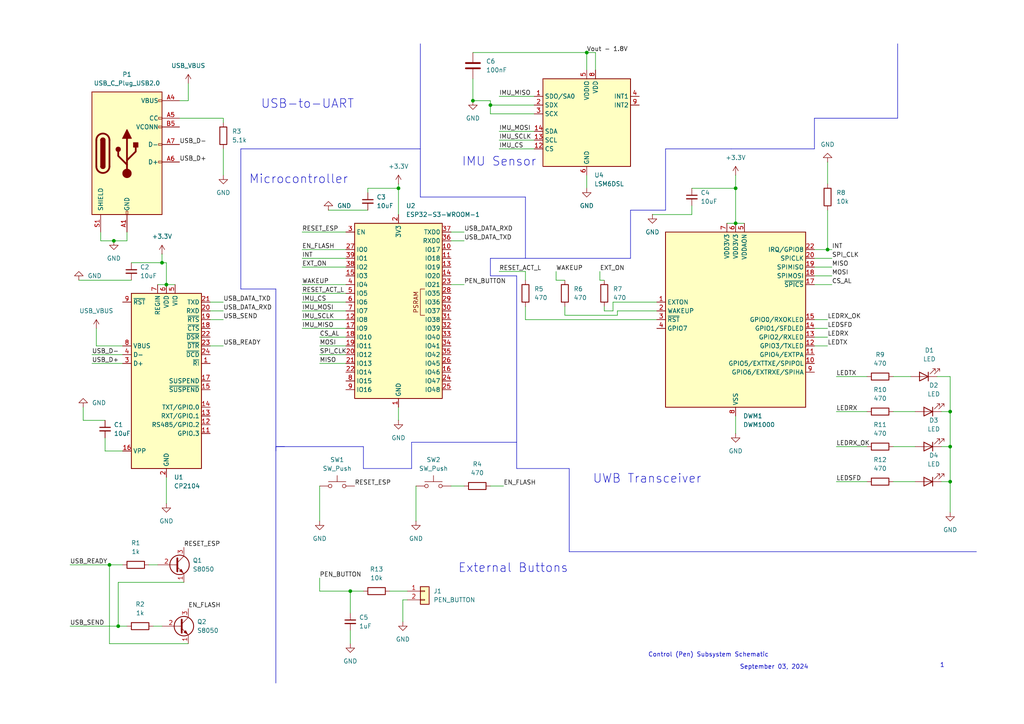
<source format=kicad_sch>
(kicad_sch (version 20231120) (generator "eeschema") (generator_version "8.0")
  (paper "A4")
  (lib_symbols
    (symbol "Connector:USB_C_Plug_USB2.0" (pin_names (offset 1.016))
      (property "Reference" "P" (at -10.16 19.05 0))
      (property "Value" "USB_C_Plug_USB2.0" (at 12.7 19.05 0))
      (symbol "USB_C_Plug_USB2.0_0_0"
        (rectangle (start -0.254 -17.78) (end 0.254 -16.764))
        (rectangle (start 10.16 -2.286) (end 9.144 -2.794))
        (rectangle (start 10.16 2.794) (end 9.144 2.286))
        (rectangle (start 10.16 7.874) (end 9.144 7.366))
        (rectangle (start 10.16 10.414) (end 9.144 9.906))
        (rectangle (start 10.16 15.494) (end 9.144 14.986))
      )
      (symbol "USB_C_Plug_USB2.0_0_1"
        (rectangle (start -10.16 17.78) (end 10.16 -17.78) (stroke (width 0.254)) (fill (type background)))
        (arc (start -8.89 -3.81) (mid -6.985 -5.7067) (end -5.08 -3.81) (stroke (width 0.508)))
        (arc (start -7.62 -3.81) (mid -6.985 -4.4423) (end -6.35 -3.81) (stroke (width 0.254)))
        (arc (start -7.62 -3.81) (mid -6.985 -4.4423) (end -6.35 -3.81) (stroke (width 0.254)) (fill (type outline)))
        (rectangle (start -7.62 -3.81) (end -6.35 3.81) (stroke (width 0.254)) (fill (type outline)))
        (arc (start -6.35 3.81) (mid -6.985 4.4423) (end -7.62 3.81) (stroke (width 0.254)))
        (arc (start -6.35 3.81) (mid -6.985 4.4423) (end -7.62 3.81) (stroke (width 0.254)) (fill (type outline)))
        (arc (start -5.08 3.81) (mid -6.985 5.7067) (end -8.89 3.81) (stroke (width 0.508)))
        (circle (center -2.54 1.143) (radius 0.635) (stroke (width 0.254)) (fill (type outline)))
        (circle (center 0 -5.842) (radius 1.27) (fill (type outline)))
        (polyline (pts (xy -8.89 -3.81) (xy -8.89 3.81)) (stroke (width 0.508)))
        (polyline (pts (xy -5.08 3.81) (xy -5.08 -3.81)) (stroke (width 0.508)))
        (polyline (pts (xy 0 -5.842) (xy 0 4.318)) (stroke (width 0.508)))
        (polyline (pts (xy 0 -3.302) (xy -2.54 -0.762) (xy -2.54 0.508)) (stroke (width 0.508)))
        (polyline (pts (xy 0 -2.032) (xy 2.54 0.508) (xy 2.54 1.778)) (stroke (width 0.508)))
        (polyline (pts (xy -1.27 4.318) (xy 0 6.858) (xy 1.27 4.318) (xy -1.27 4.318)) (stroke (width 0.254)) (fill (type outline)))
        (rectangle (start 1.905 1.778) (end 3.175 3.048) (stroke (width 0.254)) (fill (type outline)))
      )
      (symbol "USB_C_Plug_USB2.0_1_1"
        (pin passive line (at 0 -22.86 90) (length 5.08) (name "GND") (number "A1"))
        (pin passive line (at 0 -22.86 90) (length 5.08) hide (name "GND") (number "A12"))
        (pin passive line (at 15.24 15.24 180) (length 5.08) (name "VBUS") (number "A4"))
        (pin bidirectional line (at 15.24 10.16 180) (length 5.08) (name "CC") (number "A5"))
        (pin bidirectional line (at 15.24 -2.54 180) (length 5.08) (name "D+") (number "A6"))
        (pin bidirectional line (at 15.24 2.54 180) (length 5.08) (name "D-") (number "A7"))
        (pin passive line (at 15.24 15.24 180) (length 5.08) hide (name "VBUS") (number "A9"))
        (pin passive line (at 0 -22.86 90) (length 5.08) hide (name "GND") (number "B1"))
        (pin passive line (at 0 -22.86 90) (length 5.08) hide (name "GND") (number "B12"))
        (pin passive line (at 15.24 15.24 180) (length 5.08) hide (name "VBUS") (number "B4"))
        (pin bidirectional line (at 15.24 7.62 180) (length 5.08) (name "VCONN") (number "B5"))
        (pin passive line (at 15.24 15.24 180) (length 5.08) hide (name "VBUS") (number "B9"))
        (pin passive line (at -7.62 -22.86 90) (length 5.08) (name "SHIELD") (number "S1"))
      )
    )
    (symbol "Connector_Generic:Conn_01x02" (pin_names (offset 1.016) hide)
      (property "Reference" "J" (at 0 2.54 0))
      (property "Value" "Conn_01x02" (at 0 -5.08 0))
      (symbol "Conn_01x02_1_1"
        (rectangle (start -1.27 -2.413) (end 0 -2.667) (stroke (width 0.1524)))
        (rectangle (start -1.27 0.127) (end 0 -0.127) (stroke (width 0.1524)))
        (rectangle (start -1.27 1.27) (end 1.27 -3.81) (stroke (width 0.254)) (fill (type background)))
        (pin passive line (at -5.08 0 0) (length 3.81) (name "Pin_1") (number "1"))
        (pin passive line (at -5.08 -2.54 0) (length 3.81) (name "Pin_2") (number "2"))
      )
    )
    (symbol "Device:C" (pin_numbers hide) (pin_names (offset 0.254))
      (property "Reference" "C" (at 0.635 2.54 0))
      (property "Value" "C" (at 0.635 -2.54 0))
      (symbol "C_0_1"
        (polyline (pts (xy -2.032 -0.762) (xy 2.032 -0.762)) (stroke (width 0.508)))
        (polyline (pts (xy -2.032 0.762) (xy 2.032 0.762)) (stroke (width 0.508)))
      )
      (symbol "C_1_1"
        (pin passive line (at 0 3.81 270) (length 2.794) (name "~") (number "1"))
        (pin passive line (at 0 -3.81 90) (length 2.794) (name "~") (number "2"))
      )
    )
    (symbol "Device:C_Small" (pin_numbers hide) (pin_names (offset 0.254) hide)
      (property "Reference" "C" (at 0.254 1.778 0))
      (property "Value" "C_Small" (at 0.254 -2.032 0))
      (symbol "C_Small_0_1"
        (polyline (pts (xy -1.524 -0.508) (xy 1.524 -0.508)) (stroke (width 0.3302)))
        (polyline (pts (xy -1.524 0.508) (xy 1.524 0.508)) (stroke (width 0.3048)))
      )
      (symbol "C_Small_1_1"
        (pin passive line (at 0 2.54 270) (length 2.032) (name "~") (number "1"))
        (pin passive line (at 0 -2.54 90) (length 2.032) (name "~") (number "2"))
      )
    )
    (symbol "Device:LED" (pin_numbers hide) (pin_names (offset 1.016) hide)
      (property "Reference" "D" (at 0 2.54 0))
      (property "Value" "LED" (at 0 -2.54 0))
      (symbol "LED_0_1"
        (polyline (pts (xy -1.27 -1.27) (xy -1.27 1.27)) (stroke (width 0.254)))
        (polyline (pts (xy -1.27 0) (xy 1.27 0)))
        (polyline (pts (xy 1.27 -1.27) (xy 1.27 1.27) (xy -1.27 0) (xy 1.27 -1.27)) (stroke (width 0.254)))
        (polyline (pts (xy -3.048 -0.762) (xy -4.572 -2.286) (xy -3.81 -2.286) (xy -4.572 -2.286) (xy -4.572 -1.524)))
        (polyline (pts (xy -1.778 -0.762) (xy -3.302 -2.286) (xy -2.54 -2.286) (xy -3.302 -2.286) (xy -3.302 -1.524)))
      )
      (symbol "LED_1_1"
        (pin passive line (at -3.81 0 0) (length 2.54) (name "K") (number "1"))
        (pin passive line (at 3.81 0 180) (length 2.54) (name "A") (number "2"))
      )
    )
    (symbol "Device:R" (pin_numbers hide) (pin_names (offset 0))
      (property "Reference" "R" (at 2.032 0 90))
      (property "Value" "R" (at 0 0 90))
      (symbol "R_0_1"
        (rectangle (start -1.016 -2.54) (end 1.016 2.54) (stroke (width 0.254)))
      )
      (symbol "R_1_1"
        (pin passive line (at 0 3.81 270) (length 1.27) (name "~") (number "1"))
        (pin passive line (at 0 -3.81 90) (length 1.27) (name "~") (number "2"))
      )
    )
    (symbol "Interface_USB:CP2104"
      (property "Reference" "U" (at -5.08 28.575 0))
      (property "Value" "CP2104" (at -5.08 26.67 0))
      (symbol "CP2104_1_1"
        (rectangle (start -10.16 25.4) (end 10.16 -25.4) (stroke (width 0.254)) (fill (type background)))
        (pin input line (at 12.7 5.08 180) (length 2.54) (name "~{RI}") (number "1"))
        (pin no_connect line (at 10.16 -20.32 180) (length 2.54) hide (name "NC") (number "10"))
        (pin bidirectional line (at 12.7 -15.24 180) (length 2.54) (name "GPIO.3") (number "11"))
        (pin bidirectional line (at 12.7 -12.7 180) (length 2.54) (name "RS485/GPIO.2") (number "12"))
        (pin bidirectional line (at 12.7 -10.16 180) (length 2.54) (name "RXT/GPIO.1") (number "13"))
        (pin bidirectional line (at 12.7 -7.62 180) (length 2.54) (name "TXT/GPIO.0") (number "14"))
        (pin output line (at 12.7 -2.54 180) (length 2.54) (name "~{SUSPEND}") (number "15"))
        (pin passive line (at -12.7 -20.32 0) (length 2.54) (name "VPP") (number "16"))
        (pin output line (at 12.7 0 180) (length 2.54) (name "SUSPEND") (number "17"))
        (pin input line (at 12.7 15.24 180) (length 2.54) (name "~{CTS}") (number "18"))
        (pin output line (at 12.7 17.78 180) (length 2.54) (name "~{RTS}") (number "19"))
        (pin power_in line (at 0 -27.94 90) (length 2.54) (name "GND") (number "2"))
        (pin input line (at 12.7 20.32 180) (length 2.54) (name "RXD") (number "20"))
        (pin output line (at 12.7 22.86 180) (length 2.54) (name "TXD") (number "21"))
        (pin input line (at 12.7 12.7 180) (length 2.54) (name "~{DSR}") (number "22"))
        (pin output line (at 12.7 10.16 180) (length 2.54) (name "~{DTR}") (number "23"))
        (pin input line (at 12.7 7.62 180) (length 2.54) (name "~{DCD}") (number "24"))
        (pin passive line (at 0 -27.94 90) (length 2.54) hide (name "GND") (number "25"))
        (pin bidirectional line (at -12.7 5.08 0) (length 2.54) (name "D+") (number "3"))
        (pin bidirectional line (at -12.7 7.62 0) (length 2.54) (name "D-") (number "4"))
        (pin power_in line (at 2.54 27.94 270) (length 2.54) (name "VIO") (number "5"))
        (pin power_in line (at 0 27.94 270) (length 2.54) (name "VDD") (number "6"))
        (pin power_in line (at -2.54 27.94 270) (length 2.54) (name "REGIN") (number "7"))
        (pin input line (at -12.7 10.16 0) (length 2.54) (name "VBUS") (number "8"))
        (pin bidirectional line (at -12.7 22.86 0) (length 2.54) (name "~{RST}") (number "9"))
      )
    )
    (symbol "RF_Module:DWM1000"
      (property "Reference" "DWM" (at -17.78 26.67 0))
      (property "Value" "DWM1000" (at 15.875 26.67 0))
      (symbol "DWM1000_0_1"
        (rectangle (start -20.32 25.4) (end 20.32 -25.4) (stroke (width 0.254)) (fill (type background)))
      )
      (symbol "DWM1000_1_1"
        (pin output line (at -22.86 5.08 0) (length 2.54) (name "EXTON") (number "1"))
        (pin bidirectional line (at 22.86 -12.7 180) (length 2.54) (name "GPIO5/EXTTXE/SPIPOL") (number "10"))
        (pin bidirectional line (at 22.86 -10.16 180) (length 2.54) (name "GPIO4/EXTPA") (number "11"))
        (pin bidirectional line (at 22.86 -7.62 180) (length 2.54) (name "GPIO3/TXLED") (number "12"))
        (pin bidirectional line (at 22.86 -5.08 180) (length 2.54) (name "GPIO2/RXLED") (number "13"))
        (pin bidirectional line (at 22.86 -2.54 180) (length 2.54) (name "GPIO1/SFDLED") (number "14"))
        (pin bidirectional line (at 22.86 0 180) (length 2.54) (name "GPIO0/RXOKLED") (number "15"))
        (pin passive line (at 0 -27.94 90) (length 2.54) hide (name "VSS") (number "16"))
        (pin input line (at 22.86 10.16 180) (length 2.54) (name "~{SPICS}") (number "17"))
        (pin input line (at 22.86 12.7 180) (length 2.54) (name "SPIMOSI") (number "18"))
        (pin output line (at 22.86 15.24 180) (length 2.54) (name "SPIMISO") (number "19"))
        (pin bidirectional line (at -22.86 2.54 0) (length 2.54) (name "WAKEUP") (number "2"))
        (pin input line (at 22.86 17.78 180) (length 2.54) (name "SPICLK") (number "20"))
        (pin passive line (at 0 -27.94 90) (length 2.54) hide (name "VSS") (number "21"))
        (pin bidirectional line (at 22.86 20.32 180) (length 2.54) (name "IRQ/GPIO8") (number "22"))
        (pin passive line (at 0 -27.94 90) (length 2.54) hide (name "VSS") (number "23"))
        (pin passive line (at 0 -27.94 90) (length 2.54) hide (name "VSS") (number "24"))
        (pin bidirectional line (at -22.86 0 0) (length 2.54) (name "~{RST}") (number "3"))
        (pin bidirectional line (at -22.86 -2.54 0) (length 2.54) (name "GPIO7") (number "4"))
        (pin power_in line (at 2.54 27.94 270) (length 2.54) (name "VDDAON") (number "5"))
        (pin power_in line (at 0 27.94 270) (length 2.54) (name "VDD3V3") (number "6"))
        (pin power_in line (at -2.54 27.94 270) (length 2.54) (name "VDD3V3") (number "7"))
        (pin power_in line (at 0 -27.94 90) (length 2.54) (name "VSS") (number "8"))
        (pin bidirectional line (at 22.86 -15.24 180) (length 2.54) (name "GPIO6/EXTRXE/SPIHA") (number "9"))
      )
    )
    (symbol "RF_Module:ESP32-S3-WROOM-1"
      (property "Reference" "U" (at -12.7 26.67 0))
      (property "Value" "ESP32-S3-WROOM-1" (at 12.7 26.67 0))
      (symbol "ESP32-S3-WROOM-1_0_0"
        (rectangle (start -12.7 25.4) (end 12.7 -25.4) (stroke (width 0.254)) (fill (type background)))
        (text "PSRAM" (at 5.08 2.54 900) (effects (font (size 1.27 1.27))))
      )
      (symbol "ESP32-S3-WROOM-1_0_1"
        (polyline (pts (xy 7.62 -1.27) (xy 6.35 -1.27) (xy 6.35 6.35) (xy 7.62 6.35)))
      )
      (symbol "ESP32-S3-WROOM-1_1_1"
        (pin power_in line (at 0 -27.94 90) (length 2.54) (name "GND") (number "1"))
        (pin bidirectional line (at 15.24 17.78 180) (length 2.54) (name "IO17") (number "10"))
        (pin bidirectional line (at 15.24 15.24 180) (length 2.54) (name "IO18") (number "11"))
        (pin bidirectional line (at -15.24 -2.54 0) (length 2.54) (name "IO8") (number "12"))
        (pin bidirectional line (at 15.24 12.7 180) (length 2.54) (name "IO19") (number "13"))
        (pin bidirectional line (at 15.24 10.16 180) (length 2.54) (name "IO20") (number "14"))
        (pin bidirectional line (at -15.24 10.16 0) (length 2.54) (name "IO3") (number "15"))
        (pin bidirectional line (at 15.24 -17.78 180) (length 2.54) (name "IO46") (number "16"))
        (pin bidirectional line (at -15.24 -5.08 0) (length 2.54) (name "IO9") (number "17"))
        (pin bidirectional line (at -15.24 -7.62 0) (length 2.54) (name "IO10") (number "18"))
        (pin bidirectional line (at -15.24 -10.16 0) (length 2.54) (name "IO11") (number "19"))
        (pin power_in line (at 0 27.94 270) (length 2.54) (name "3V3") (number "2"))
        (pin bidirectional line (at -15.24 -12.7 0) (length 2.54) (name "IO12") (number "20"))
        (pin bidirectional line (at -15.24 -15.24 0) (length 2.54) (name "IO13") (number "21"))
        (pin bidirectional line (at -15.24 -17.78 0) (length 2.54) (name "IO14") (number "22"))
        (pin bidirectional line (at 15.24 7.62 180) (length 2.54) (name "IO21") (number "23"))
        (pin bidirectional line (at 15.24 -20.32 180) (length 2.54) (name "IO47") (number "24"))
        (pin bidirectional line (at 15.24 -22.86 180) (length 2.54) (name "IO48") (number "25"))
        (pin bidirectional line (at 15.24 -15.24 180) (length 2.54) (name "IO45") (number "26"))
        (pin bidirectional line (at -15.24 17.78 0) (length 2.54) (name "IO0") (number "27"))
        (pin bidirectional line (at 15.24 5.08 180) (length 2.54) (name "IO35") (number "28"))
        (pin bidirectional line (at 15.24 2.54 180) (length 2.54) (name "IO36") (number "29"))
        (pin input line (at -15.24 22.86 0) (length 2.54) (name "EN") (number "3"))
        (pin bidirectional line (at 15.24 0 180) (length 2.54) (name "IO37") (number "30"))
        (pin bidirectional line (at 15.24 -2.54 180) (length 2.54) (name "IO38") (number "31"))
        (pin bidirectional line (at 15.24 -5.08 180) (length 2.54) (name "IO39") (number "32"))
        (pin bidirectional line (at 15.24 -7.62 180) (length 2.54) (name "IO40") (number "33"))
        (pin bidirectional line (at 15.24 -10.16 180) (length 2.54) (name "IO41") (number "34"))
        (pin bidirectional line (at 15.24 -12.7 180) (length 2.54) (name "IO42") (number "35"))
        (pin bidirectional line (at 15.24 20.32 180) (length 2.54) (name "RXD0") (number "36"))
        (pin bidirectional line (at 15.24 22.86 180) (length 2.54) (name "TXD0") (number "37"))
        (pin bidirectional line (at -15.24 12.7 0) (length 2.54) (name "IO2") (number "38"))
        (pin bidirectional line (at -15.24 15.24 0) (length 2.54) (name "IO1") (number "39"))
        (pin bidirectional line (at -15.24 7.62 0) (length 2.54) (name "IO4") (number "4"))
        (pin passive line (at 0 -27.94 90) (length 2.54) hide (name "GND") (number "40"))
        (pin passive line (at 0 -27.94 90) (length 2.54) hide (name "GND") (number "41"))
        (pin bidirectional line (at -15.24 5.08 0) (length 2.54) (name "IO5") (number "5"))
        (pin bidirectional line (at -15.24 2.54 0) (length 2.54) (name "IO6") (number "6"))
        (pin bidirectional line (at -15.24 0 0) (length 2.54) (name "IO7") (number "7"))
        (pin bidirectional line (at -15.24 -20.32 0) (length 2.54) (name "IO15") (number "8"))
        (pin bidirectional line (at -15.24 -22.86 0) (length 2.54) (name "IO16") (number "9"))
      )
    )
    (symbol "Sensor_Motion:LSM6DSL"
      (property "Reference" "U" (at -11.43 15.24 0))
      (property "Value" "LSM6DSL" (at -11.43 12.7 0))
      (symbol "LSM6DSL_0_1"
        (rectangle (start -12.7 12.7) (end 12.7 -12.7) (stroke (width 0.254)) (fill (type background)))
      )
      (symbol "LSM6DSL_1_1"
        (pin bidirectional line (at -15.24 7.62 0) (length 2.54) (name "SDO/SA0") (number "1"))
        (pin no_connect line (at 12.7 -5.08 180) (length 3.81) hide (name "NC") (number "10"))
        (pin no_connect line (at 12.7 -2.54 180) (length 3.81) hide (name "NC") (number "11"))
        (pin input line (at -15.24 -7.62 0) (length 2.54) (name "CS") (number "12"))
        (pin input line (at -15.24 -5.08 0) (length 2.54) (name "SCL") (number "13"))
        (pin bidirectional line (at -15.24 -2.54 0) (length 2.54) (name "SDA") (number "14"))
        (pin bidirectional line (at -15.24 5.08 0) (length 2.54) (name "SDX") (number "2"))
        (pin input line (at -15.24 2.54 0) (length 2.54) (name "SCX") (number "3"))
        (pin output line (at 15.24 7.62 180) (length 2.54) (name "INT1") (number "4"))
        (pin power_in line (at 0 15.24 270) (length 2.54) (name "VDDIO") (number "5"))
        (pin power_in line (at 0 -15.24 90) (length 2.54) (name "GND") (number "6"))
        (pin passive line (at 0 -15.24 90) (length 2.54) hide (name "GND") (number "7"))
        (pin power_in line (at 2.54 15.24 270) (length 2.54) (name "VDD") (number "8"))
        (pin output line (at 15.24 5.08 180) (length 2.54) (name "INT2") (number "9"))
      )
    )
    (symbol "Switch:SW_Push" (pin_numbers hide) (pin_names (offset 1.016) hide)
      (property "Reference" "SW" (at 1.27 2.54 0))
      (property "Value" "SW_Push" (at 0 -1.524 0))
      (symbol "SW_Push_0_1"
        (circle (center -2.032 0) (radius 0.508))
        (polyline (pts (xy 0 1.27) (xy 0 3.048)))
        (polyline (pts (xy 2.54 1.27) (xy -2.54 1.27)))
        (circle (center 2.032 0) (radius 0.508))
        (pin passive line (at -5.08 0 0) (length 2.54) (name "1") (number "1"))
        (pin passive line (at 5.08 0 180) (length 2.54) (name "2") (number "2"))
      )
    )
    (symbol "Transistor_BJT:S8050" (pin_names (offset 0) hide)
      (property "Reference" "Q" (at 5.08 1.905 0))
      (property "Value" "S8050" (at 5.08 0 0))
      (symbol "S8050_0_1"
        (polyline (pts (xy 0 0) (xy 0.635 0)))
        (polyline (pts (xy 0.635 0.635) (xy 2.54 2.54)))
        (polyline (pts (xy 0.635 -0.635) (xy 2.54 -2.54) (xy 2.54 -2.54)))
        (polyline (pts (xy 0.635 1.905) (xy 0.635 -1.905) (xy 0.635 -1.905)) (stroke (width 0.508)))
        (polyline (pts (xy 1.27 -1.778) (xy 1.778 -1.27) (xy 2.286 -2.286) (xy 1.27 -1.778) (xy 1.27 -1.778)) (fill (type outline)))
        (circle (center 1.27 0) (radius 2.8194) (stroke (width 0.254)))
      )
      (symbol "S8050_1_1"
        (pin passive line (at 2.54 -5.08 90) (length 2.54) (name "E") (number "1"))
        (pin input line (at -5.08 0 0) (length 5.08) (name "B") (number "2"))
        (pin passive line (at 2.54 5.08 270) (length 2.54) (name "C") (number "3"))
      )
    )
    (symbol "power:+3.3V" (power) (pin_numbers hide) (pin_names (offset 0) hide)
      (property "Value" "+3.3V" (at 0 3.556 0))
      (symbol "+3.3V_0_1"
        (polyline (pts (xy -0.762 1.27) (xy 0 2.54)))
        (polyline (pts (xy 0 0) (xy 0 2.54)))
        (polyline (pts (xy 0 2.54) (xy 0.762 1.27)))
      )
      (symbol "+3.3V_1_1"
        (pin power_in line (at 0 0 90) (length 0) (name "~") (number "1"))
      )
    )
    (symbol "power:GND" (power) (pin_numbers hide) (pin_names (offset 0) hide)
      (property "Value" "GND" (at 0 -3.81 0))
      (symbol "GND_0_1"
        (polyline (pts (xy 0 0) (xy 0 -1.27) (xy 1.27 -1.27) (xy 0 -2.54) (xy -1.27 -1.27) (xy 0 -1.27)))
      )
      (symbol "GND_1_1"
        (pin power_in line (at 0 0 270) (length 0) (name "~") (number "1"))
      )
    )
  )
  (junction (at 115.57 54.61))
  (junction (at 31.75 163.83))
  (junction (at 275.59 139.7))
  (junction (at 213.36 64.77))
  (junction (at 46.99 76.2))
  (junction (at 48.26 82.55))
  (junction (at 33.02 69.85))
  (junction (at 101.6 171.45))
  (junction (at 137.16 29.21))
  (junction (at 142.24 30.48))
  (junction (at 275.59 119.38))
  (junction (at 170.18 15.24))
  (junction (at 275.59 129.54))
  (junction (at 240.03 72.39))
  (junction (at 34.29 181.61))
  (junction (at 213.36 54.61))
  (wire (pts (xy 64.77 92.71) (xy 60.96 92.71)))
  (wire (pts (xy 45.72 82.55) (xy 48.26 82.55)))
  (wire (pts (xy 273.05 119.38) (xy 275.59 119.38)))
  (wire (pts (xy 213.36 64.77) (xy 215.9 64.77)))
  (wire (pts (xy 144.78 78.74) (xy 152.4 78.74)))
  (wire (pts (xy 142.24 33.02) (xy 142.24 30.48)))
  (wire (pts (xy 179.07 91.44) (xy 163.83 91.44)))
  (wire (pts (xy 27.94 100.33) (xy 27.94 95.25)))
  (wire (pts (xy 35.56 130.81) (xy 30.48 130.81)))
  (polyline (pts (xy 165.1 135.89) (xy 165.1 160.02)))
  (polyline (pts (xy 182.88 74.93) (xy 142.24 74.93)))
  (wire (pts (xy 275.59 139.7) (xy 275.59 129.54)))
  (wire (pts (xy 54.61 29.21) (xy 54.61 24.13)))
  (wire (pts (xy 142.24 29.21) (xy 137.16 29.21)))
  (wire (pts (xy 30.48 121.92) (xy 24.13 121.92)))
  (wire (pts (xy 240.03 100.33) (xy 236.22 100.33)))
  (wire (pts (xy 120.65 140.97) (xy 120.65 151.13)))
  (wire (pts (xy 241.3 72.39) (xy 240.03 72.39)))
  (polyline (pts (xy 193.04 43.18) (xy 193.04 60.96)))
  (wire (pts (xy 163.83 91.44) (xy 163.83 88.9)))
  (polyline (pts (xy 69.85 43.18) (xy 69.85 83.82)))
  (wire (pts (xy 87.63 67.31) (xy 100.33 67.31)))
  (wire (pts (xy 46.99 76.2) (xy 46.99 73.66)))
  (wire (pts (xy 175.26 90.17) (xy 175.26 88.9)))
  (polyline (pts (xy 69.85 83.82) (xy 80.01 83.82)))
  (wire (pts (xy 172.72 20.32) (xy 172.72 15.24)))
  (wire (pts (xy 30.48 130.81) (xy 30.48 127)))
  (wire (pts (xy 259.08 109.22) (xy 264.16 109.22)))
  (wire (pts (xy 118.11 173.99) (xy 116.84 173.99)))
  (wire (pts (xy 26.67 102.87) (xy 35.56 102.87)))
  (wire (pts (xy 134.62 140.97) (xy 130.81 140.97)))
  (wire (pts (xy 26.67 105.41) (xy 35.56 105.41)))
  (wire (pts (xy 259.08 129.54) (xy 265.43 129.54)))
  (wire (pts (xy 36.83 69.85) (xy 33.02 69.85)))
  (wire (pts (xy 240.03 95.25) (xy 236.22 95.25)))
  (wire (pts (xy 35.56 163.83) (xy 31.75 163.83)))
  (wire (pts (xy 53.34 168.91) (xy 34.29 168.91)))
  (wire (pts (xy 64.77 90.17) (xy 60.96 90.17)))
  (polyline (pts (xy 149.86 80.01) (xy 149.86 135.89)))
  (wire (pts (xy 35.56 100.33) (xy 27.94 100.33)))
  (wire (pts (xy 29.21 69.85) (xy 33.02 69.85)))
  (wire (pts (xy 92.71 140.97) (xy 92.71 151.13)))
  (wire (pts (xy 242.57 129.54) (xy 251.46 129.54)))
  (polyline (pts (xy 236.22 43.18) (xy 236.22 34.29)))
  (wire (pts (xy 240.03 72.39) (xy 236.22 72.39)))
  (wire (pts (xy 36.83 67.31) (xy 36.83 69.85)))
  (wire (pts (xy 116.84 173.99) (xy 116.84 180.34)))
  (wire (pts (xy 213.36 54.61) (xy 213.36 64.77)))
  (wire (pts (xy 134.62 67.31) (xy 130.81 67.31)))
  (wire (pts (xy 271.78 109.22) (xy 275.59 109.22)))
  (polyline (pts (xy 80.01 198.12) (xy 80.01 129.54)))
  (wire (pts (xy 170.18 15.24) (xy 170.18 20.32)))
  (wire (pts (xy 113.03 171.45) (xy 118.11 171.45)))
  (wire (pts (xy 48.26 76.2) (xy 46.99 76.2)))
  (wire (pts (xy 137.16 22.86) (xy 137.16 29.21)))
  (wire (pts (xy 275.59 148.59) (xy 275.59 139.7)))
  (wire (pts (xy 210.82 64.77) (xy 213.36 64.77)))
  (polyline (pts (xy 149.86 135.89) (xy 165.1 135.89)))
  (wire (pts (xy 144.78 27.94) (xy 154.94 27.94)))
  (wire (pts (xy 190.5 87.63) (xy 177.8 87.63)))
  (wire (pts (xy 105.41 171.45) (xy 101.6 171.45)))
  (wire (pts (xy 173.99 81.28) (xy 175.26 81.28)))
  (wire (pts (xy 87.63 74.93) (xy 100.33 74.93)))
  (polyline (pts (xy 121.92 12.7) (xy 121.92 57.15)))
  (wire (pts (xy 200.66 62.23) (xy 200.66 59.69)))
  (wire (pts (xy 22.86 81.28) (xy 38.1 81.28)))
  (wire (pts (xy 101.6 182.88) (xy 101.6 186.69)))
  (wire (pts (xy 43.18 163.83) (xy 45.72 163.83)))
  (polyline (pts (xy 152.4 57.15) (xy 121.92 57.15)))
  (wire (pts (xy 87.63 85.09) (xy 100.33 85.09)))
  (wire (pts (xy 259.08 139.7) (xy 265.43 139.7)))
  (wire (pts (xy 31.75 186.69) (xy 31.75 163.83)))
  (polyline (pts (xy 193.04 60.96) (xy 182.88 60.96)))
  (polyline (pts (xy 165.1 160.02) (xy 283.21 160.02)))
  (wire (pts (xy 172.72 15.24) (xy 170.18 15.24)))
  (polyline (pts (xy 119.38 135.89) (xy 119.38 128.27)))
  (wire (pts (xy 144.78 38.1) (xy 154.94 38.1)))
  (wire (pts (xy 101.6 171.45) (xy 101.6 177.8)))
  (polyline (pts (xy 80.01 129.54) (xy 82.55 129.54)))
  (wire (pts (xy 242.57 109.22) (xy 251.46 109.22)))
  (wire (pts (xy 213.36 54.61) (xy 213.36 50.8)))
  (wire (pts (xy 106.68 54.61) (xy 115.57 54.61)))
  (wire (pts (xy 273.05 129.54) (xy 275.59 129.54)))
  (wire (pts (xy 241.3 77.47) (xy 236.22 77.47)))
  (wire (pts (xy 87.63 90.17) (xy 100.33 90.17)))
  (wire (pts (xy 115.57 118.11) (xy 115.57 121.92)))
  (wire (pts (xy 101.6 171.45) (xy 92.71 171.45)))
  (wire (pts (xy 34.29 168.91) (xy 34.29 181.61)))
  (wire (pts (xy 240.03 72.39) (xy 240.03 60.96)))
  (wire (pts (xy 242.57 119.38) (xy 251.46 119.38)))
  (polyline (pts (xy 142.24 80.01) (xy 149.86 80.01)))
  (wire (pts (xy 189.23 62.23) (xy 200.66 62.23)))
  (wire (pts (xy 44.45 181.61) (xy 46.99 181.61)))
  (polyline (pts (xy 119.38 128.27) (xy 149.86 128.27)))
  (wire (pts (xy 87.63 95.25) (xy 100.33 95.25)))
  (wire (pts (xy 190.5 90.17) (xy 179.07 90.17)))
  (wire (pts (xy 146.05 140.97) (xy 142.24 140.97)))
  (wire (pts (xy 152.4 78.74) (xy 152.4 81.28)))
  (polyline (pts (xy 105.41 129.54) (xy 105.41 135.89)))
  (wire (pts (xy 52.07 29.21) (xy 54.61 29.21)))
  (wire (pts (xy 154.94 30.48) (xy 142.24 30.48)))
  (wire (pts (xy 213.36 120.65) (xy 213.36 125.73)))
  (wire (pts (xy 87.63 72.39) (xy 100.33 72.39)))
  (wire (pts (xy 31.75 163.83) (xy 20.32 163.83)))
  (wire (pts (xy 161.29 81.28) (xy 163.83 81.28)))
  (wire (pts (xy 64.77 100.33) (xy 60.96 100.33)))
  (wire (pts (xy 275.59 129.54) (xy 275.59 119.38)))
  (wire (pts (xy 24.13 121.92) (xy 24.13 118.11)))
  (wire (pts (xy 34.29 181.61) (xy 20.32 181.61)))
  (polyline (pts (xy 236.22 34.29) (xy 260.35 34.29)))
  (wire (pts (xy 275.59 119.38) (xy 275.59 109.22)))
  (wire (pts (xy 241.3 74.93) (xy 236.22 74.93)))
  (wire (pts (xy 92.71 100.33) (xy 100.33 100.33)))
  (wire (pts (xy 64.77 34.29) (xy 64.77 35.56)))
  (wire (pts (xy 92.71 102.87) (xy 100.33 102.87)))
  (wire (pts (xy 134.62 69.85) (xy 130.81 69.85)))
  (wire (pts (xy 273.05 139.7) (xy 275.59 139.7)))
  (wire (pts (xy 173.99 78.74) (xy 173.99 81.28)))
  (wire (pts (xy 177.8 87.63) (xy 177.8 90.17)))
  (polyline (pts (xy 121.92 43.18) (xy 69.85 43.18)))
  (wire (pts (xy 48.26 82.55) (xy 48.26 76.2)))
  (wire (pts (xy 48.26 138.43) (xy 48.26 146.05)))
  (wire (pts (xy 38.1 76.2) (xy 46.99 76.2)))
  (wire (pts (xy 240.03 97.79) (xy 236.22 97.79)))
  (polyline (pts (xy 105.41 135.89) (xy 119.38 135.89)))
  (wire (pts (xy 92.71 171.45) (xy 92.71 167.64)))
  (wire (pts (xy 29.21 67.31) (xy 29.21 69.85)))
  (polyline (pts (xy 212.09 43.18) (xy 193.04 43.18)))
  (wire (pts (xy 87.63 92.71) (xy 100.33 92.71)))
  (wire (pts (xy 64.77 43.18) (xy 64.77 50.8)))
  (polyline (pts (xy 80.01 129.54) (xy 105.41 129.54)))
  (wire (pts (xy 54.61 186.69) (xy 31.75 186.69)))
  (polyline (pts (xy 142.24 74.93) (xy 142.24 80.01)))
  (wire (pts (xy 36.83 181.61) (xy 34.29 181.61)))
  (wire (pts (xy 200.66 54.61) (xy 213.36 54.61)))
  (polyline (pts (xy 212.09 43.18) (xy 236.22 43.18)))
  (wire (pts (xy 144.78 43.18) (xy 154.94 43.18)))
  (wire (pts (xy 95.25 60.96) (xy 106.68 60.96)))
  (wire (pts (xy 134.62 82.55) (xy 130.81 82.55)))
  (polyline (pts (xy 80.01 83.82) (xy 80.01 130.81)))
  (wire (pts (xy 242.57 139.7) (xy 251.46 139.7)))
  (wire (pts (xy 64.77 87.63) (xy 60.96 87.63)))
  (wire (pts (xy 170.18 50.8) (xy 170.18 54.61)))
  (wire (pts (xy 106.68 54.61) (xy 106.68 55.88)))
  (wire (pts (xy 48.26 82.55) (xy 50.8 82.55)))
  (wire (pts (xy 142.24 30.48) (xy 142.24 29.21)))
  (wire (pts (xy 52.07 34.29) (xy 64.77 34.29)))
  (wire (pts (xy 190.5 92.71) (xy 152.4 92.71)))
  (wire (pts (xy 144.78 40.64) (xy 154.94 40.64)))
  (wire (pts (xy 115.57 53.34) (xy 115.57 54.61)))
  (wire (pts (xy 100.33 97.79) (xy 92.71 97.79)))
  (wire (pts (xy 161.29 78.74) (xy 161.29 81.28)))
  (wire (pts (xy 240.03 46.99) (xy 240.03 53.34)))
  (wire (pts (xy 137.16 15.24) (xy 170.18 15.24)))
  (wire (pts (xy 241.3 80.01) (xy 236.22 80.01)))
  (wire (pts (xy 179.07 90.17) (xy 179.07 91.44)))
  (wire (pts (xy 177.8 90.17) (xy 175.26 90.17)))
  (wire (pts (xy 240.03 92.71) (xy 236.22 92.71)))
  (wire (pts (xy 87.63 87.63) (xy 100.33 87.63)))
  (wire (pts (xy 154.94 33.02) (xy 142.24 33.02)))
  (wire (pts (xy 87.63 82.55) (xy 100.33 82.55)))
  (polyline (pts (xy 182.88 60.96) (xy 182.88 74.93)))
  (wire (pts (xy 241.3 82.55) (xy 236.22 82.55)))
  (wire (pts (xy 259.08 119.38) (xy 265.43 119.38)))
  (polyline (pts (xy 152.4 74.93) (xy 152.4 57.15)))
  (wire (pts (xy 115.57 54.61) (xy 115.57 62.23)))
  (polyline (pts (xy 260.35 12.7) (xy 260.35 34.29)))
  (wire (pts (xy 87.63 77.47) (xy 100.33 77.47)))
  (wire (pts (xy 152.4 92.71) (xy 152.4 88.9)))
  (wire (pts (xy 92.71 105.41) (xy 100.33 105.41)))
  (text "September 03, 2024" (at 224.536 193.548 0) (effects (font (size 1.27 1.27))))
  (text "Microcontroller\n" (at 86.614 52.07 0) (effects (font (size 2.54 2.54))))
  (text "1\n" (at 273.304 193.04 0) (effects (font (size 1.27 1.27))))
  (text "External Buttons" (at 148.844 164.846 0) (effects (font (size 2.54 2.54))))
  (text "USB-to-UART " (at 90.17 30.226 0) (effects (font (size 2.54 2.54))))
  (text "IMU Sensor\n\n" (at 144.78 49.022 0) (effects (font (size 2.54 2.54))))
  (text "UWB Transceiver\n" (at 187.706 138.938 0) (effects (font (size 2.54 2.54))))
  (text "Control (Pen) Subsystem Schematic\n" (at 205.486 189.992 0) (effects (font (size 1.27 1.27))))
  (label "EXT_ON" (at 173.99 78.74 0))
  (label "CS_AL" (at 92.71 97.79 0))
  (label "RESET_ESP" (at 53.34 158.75 0))
  (label "USB_DATA_RXD" (at 64.77 90.17 0))
  (label "EN_FLASH" (at 54.61 176.53 0))
  (label "LEDRX" (at 242.57 119.38 0))
  (label "LEDRX" (at 240.03 97.79 0))
  (label "IMU_MISO" (at 144.78 27.94 0))
  (label "IMU_CS" (at 144.78 43.18 0))
  (label "LEDRX_OK" (at 240.03 92.71 0))
  (label "Vout - 1.8V" (at 170.18 15.24 0))
  (label "WAKEUP" (at 161.29 78.74 0))
  (label "IMU_MISO" (at 87.63 95.25 0))
  (label "PEN_BUTTON" (at 134.62 82.55 0))
  (label "IMU_SCLK" (at 87.63 92.71 0))
  (label "IMU_MOSI" (at 87.63 90.17 0))
  (label "USB_D-" (at 52.07 41.91 0))
  (label "USB_D+" (at 26.67 105.41 0))
  (label "RESET_ESP" (at 87.63 67.31 0))
  (label "USB_SEND" (at 20.32 181.61 0))
  (label "USB_D+" (at 52.07 46.99 0))
  (label "MOSI" (at 241.3 80.01 0))
  (label "EN_FLASH" (at 146.05 140.97 0))
  (label "LEDSFD" (at 240.03 95.25 0))
  (label "LEDTX" (at 242.57 109.22 0))
  (label "USB_READY" (at 20.32 163.83 0))
  (label "WAKEUP" (at 87.63 82.55 0))
  (label "EN_FLASH" (at 87.63 72.39 0))
  (label "SPI_CLK" (at 92.71 102.87 0))
  (label "USB_DATA_TXD" (at 134.62 69.85 0))
  (label "RESET_ACT_L" (at 144.78 78.74 0))
  (label "INT" (at 241.3 72.39 0))
  (label "RESET_ESP" (at 102.87 140.97 0))
  (label "USB_SEND" (at 64.77 92.71 0))
  (label "MISO" (at 241.3 77.47 0))
  (label "USB_DATA_TXD" (at 64.77 87.63 0))
  (label "MISO" (at 92.71 105.41 0))
  (label "USB_READY" (at 64.77 100.33 0))
  (label "SPI_CLK" (at 241.3 74.93 0))
  (label "IMU_CS" (at 87.63 87.63 0))
  (label "USB_DATA_RXD" (at 134.62 67.31 0))
  (label "LEDTX" (at 240.03 100.33 0))
  (label "LEDSFD" (at 242.57 139.7 0))
  (label "LEDRX_OK" (at 242.57 129.54 0))
  (label "USB_D-" (at 26.67 102.87 0))
  (label "CS_AL" (at 241.3 82.55 0))
  (label "IMU_SCLK" (at 144.78 40.64 0))
  (label "EXT_ON" (at 87.63 77.47 0))
  (label "PEN_BUTTON" (at 92.71 167.64 0))
  (label "IMU_MOSI" (at 144.78 38.1 0))
  (label "INT" (at 87.63 74.93 0))
  (label "RESET_ACT_L" (at 87.63 85.09 0))
  (label "MOSI" (at 92.71 100.33 0))
  (symbol (lib_id "power:GND") (at 189.23 62.23 0) (unit 1)
    (property "Reference" "#PWR014" (effects (hide yes)))
    (property "Value" "GND" (at 189.23 67.31 0))
    (property "Description" "Power symbol creates a global label with name \"GND\" , ground" (effects (hide yes)))
  )
  (symbol (lib_id "Switch:SW_Push") (at 97.79 140.97 0) (unit 1)
    (property "Reference" "SW1" (at 97.79 133.35 0))
    (property "Value" "SW_Push" (at 97.79 135.89 0))
    (property "Description" "Push button switch, generic, two pins" (effects (hide yes)))
  )
  (symbol (lib_id "power:+3.3V") (at 27.94 95.25 0) (unit 1)
    (property "Reference" "#PWR03" (effects (hide yes)))
    (property "Value" "USB_VBUS" (at 27.94 90.17 0))
    (property "Description" "Power symbol creates a global label with name \"+3.3V\"" (effects (hide yes)))
  )
  (symbol (lib_id "RF_Module:DWM1000") (at 213.36 92.71 0) (unit 1)
    (property "Reference" "DWM1" (at 215.5541 120.65 0) (effects (justify left)))
    (property "Value" "DWM1000" (at 215.5541 123.19 0) (effects (justify left)))
    (property "Footprint" "RF_Module:DWM1000" (effects (hide yes)))
    (property "Datasheet" "https://www.decawave.com/sites/default/files/resources/dwm1000-datasheet-v1.3.pdf" (effects (hide yes)))
    (property "Description" "Ultra wide band RF module With ranging location capabilities" (effects (hide yes)))
  )
  (symbol (lib_id "Transistor_BJT:S8050") (at 50.8 163.83 0) (unit 1)
    (property "Reference" "Q1" (at 55.88 162.5599 0) (effects (justify left)))
    (property "Value" "S8050" (at 55.88 165.0999 0) (effects (justify left)))
    (property "Footprint" "Package_TO_SOT_THT:TO-92_Inline" (effects (hide yes)))
    (property "Datasheet" "http://www.unisonic.com.tw/datasheet/S8050.pdf" (effects (hide yes)))
    (property "Description" "0.7A Ic, 20V Vce, Low Voltage High Current NPN Transistor, TO-92" (effects (hide yes)))
  )
  (symbol (lib_id "Device:R") (at 163.83 85.09 0) (unit 1)
    (property "Reference" "R6" (at 166.37 83.8199 0) (effects (justify left)))
    (property "Value" "470" (at 166.37 86.3599 0) (effects (justify left)))
    (property "Description" "Resistor" (effects (hide yes)))
  )
  (symbol (lib_id "Device:C_Small") (at 200.66 57.15 0) (unit 1)
    (property "Reference" "C4" (at 203.2 55.8862 0) (effects (justify left)))
    (property "Value" "10uF" (at 203.2 58.4262 0) (effects (justify left)))
    (property "Description" "Unpolarized capacitor, small symbol" (effects (hide yes)))
  )
  (symbol (lib_id "power:GND") (at 116.84 180.34 0) (unit 1)
    (property "Reference" "#PWR019" (effects (hide yes)))
    (property "Value" "GND" (at 116.84 185.42 0))
    (property "Description" "Power symbol creates a global label with name \"GND\" , ground" (effects (hide yes)))
  )
  (symbol (lib_id "power:+3.3V") (at 46.99 73.66 0) (unit 1)
    (property "Reference" "#PWR05" (effects (hide yes)))
    (property "Value" "+3.3V" (at 46.99 68.58 0))
    (property "Description" "Power symbol creates a global label with name \"+3.3V\"" (effects (hide yes)))
  )
  (symbol (lib_id "power:GND") (at 48.26 146.05 0) (unit 1)
    (property "Reference" "#PWR06" (effects (hide yes)))
    (property "Value" "GND" (at 48.26 151.13 0))
    (property "Description" "Power symbol creates a global label with name \"GND\" , ground" (effects (hide yes)))
  )
  (symbol (lib_id "power:GND") (at 240.03 46.99 180) (unit 1)
    (property "Reference" "#PWR017" (effects (hide yes)))
    (property "Value" "GND" (at 240.03 41.91 0))
    (property "Description" "Power symbol creates a global label with name \"GND\" , ground" (effects (hide yes)))
  )
  (symbol (lib_id "Device:R") (at 255.27 129.54 270) (unit 1)
    (property "Reference" "R11" (at 255.27 123.19 90))
    (property "Value" "470" (at 255.27 125.73 90))
    (property "Description" "Resistor" (effects (hide yes)))
  )
  (symbol (lib_id "Device:C_Small") (at 30.48 124.46 0) (unit 1)
    (property "Reference" "C1" (at 33.02 123.1962 0) (effects (justify left)))
    (property "Value" "10uF" (at 33.02 125.7362 0) (effects (justify left)))
    (property "Description" "Unpolarized capacitor, small symbol" (effects (hide yes)))
  )
  (symbol (lib_id "power:GND") (at 24.13 118.11 180) (unit 1)
    (property "Reference" "#PWR02" (effects (hide yes)))
    (property "Value" "GND" (at 26.67 116.8399 0) (effects (justify right)))
    (property "Description" "Power symbol creates a global label with name \"GND\" , ground" (effects (hide yes)))
  )
  (symbol (lib_id "Device:R") (at 175.26 85.09 0) (unit 1)
    (property "Reference" "R7" (at 177.8 83.8199 0) (effects (justify left)))
    (property "Value" "470" (at 177.8 86.3599 0) (effects (justify left)))
    (property "Description" "Resistor" (effects (hide yes)))
  )
  (symbol (lib_id "power:GND") (at 213.36 125.73 0) (unit 1)
    (property "Reference" "#PWR016" (effects (hide yes)))
    (property "Value" "GND" (at 213.36 130.81 0))
    (property "Description" "Power symbol creates a global label with name \"GND\" , ground" (effects (hide yes)))
  )
  (symbol (lib_id "power:GND") (at 92.71 151.13 0) (unit 1)
    (property "Reference" "#PWR09" (effects (hide yes)))
    (property "Value" "GND" (at 92.71 156.21 0))
    (property "Description" "Power symbol creates a global label with name \"GND\" , ground" (effects (hide yes)))
  )
  (symbol (lib_id "Device:C_Small") (at 38.1 78.74 0) (unit 1)
    (property "Reference" "C2" (at 40.64 77.4762 0) (effects (justify left)))
    (property "Value" "10uF" (at 40.64 80.0162 0) (effects (justify left)))
    (property "Description" "Unpolarized capacitor, small symbol" (effects (hide yes)))
  )
  (symbol (lib_id "power:+3.3V") (at 213.36 50.8 0) (unit 1)
    (property "Reference" "#PWR015" (effects (hide yes)))
    (property "Value" "+3.3V" (at 213.36 45.72 0))
    (property "Description" "Power symbol creates a global label with name \"+3.3V\"" (effects (hide yes)))
  )
  (symbol (lib_id "Switch:SW_Push") (at 125.73 140.97 0) (unit 1)
    (property "Reference" "SW2" (at 125.73 133.35 0))
    (property "Value" "SW_Push" (at 125.73 135.89 0))
    (property "Description" "Push button switch, generic, two pins" (effects (hide yes)))
  )
  (symbol (lib_id "Device:LED") (at 267.97 109.22 180) (unit 1)
    (property "Reference" "D1" (at 269.5575 101.6 0))
    (property "Value" "LED" (at 269.5575 104.14 0))
    (property "Description" "Light emitting diode" (effects (hide yes)))
  )
  (symbol (lib_id "Device:R") (at 40.64 181.61 90) (unit 1)
    (property "Reference" "R2" (at 40.64 175.26 90))
    (property "Value" "1k" (at 40.64 177.8 90))
    (property "Description" "Resistor" (effects (hide yes)))
  )
  (symbol (lib_id "power:GND") (at 170.18 54.61 0) (unit 1)
    (property "Reference" "#PWR021" (effects (hide yes)))
    (property "Value" "GND" (at 170.18 59.69 0))
    (property "Description" "Power symbol creates a global label with name \"GND\" , ground" (effects (hide yes)))
  )
  (symbol (lib_id "Device:R") (at 152.4 85.09 0) (unit 1)
    (property "Reference" "R5" (at 154.94 83.8199 0) (effects (justify left)))
    (property "Value" "470" (at 154.94 86.3599 0) (effects (justify left)))
    (property "Description" "Resistor" (effects (hide yes)))
  )
  (symbol (lib_id "Device:R") (at 39.37 163.83 90) (unit 1)
    (property "Reference" "R1" (at 39.37 157.48 90))
    (property "Value" "1k" (at 39.37 160.02 90))
    (property "Description" "Resistor" (effects (hide yes)))
  )
  (symbol (lib_id "Device:LED") (at 269.24 129.54 180) (unit 1)
    (property "Reference" "D3" (at 270.8275 121.92 0))
    (property "Value" "LED" (at 270.8275 124.46 0))
    (property "Description" "Light emitting diode" (effects (hide yes)))
  )
  (symbol (lib_id "Connector_Generic:Conn_01x02") (at 123.19 171.45 0) (unit 1)
    (property "Reference" "J1" (at 125.73 171.4499 0) (effects (justify left)))
    (property "Value" "PEN_BUTTON" (at 125.73 173.9899 0) (effects (justify left)))
    (property "Description" "Generic connector, single row, 01x02, script generated (kicad-library-utils/schlib/autogen/connector/)" (effects (hide yes)))
  )
  (symbol (lib_id "power:GND") (at 64.77 50.8 0) (unit 1)
    (property "Reference" "#PWR08" (effects (hide yes)))
    (property "Value" "GND" (at 64.77 55.88 0))
    (property "Description" "Power symbol creates a global label with name \"GND\" , ground" (effects (hide yes)))
  )
  (symbol (lib_id "Device:R") (at 138.43 140.97 270) (unit 1)
    (property "Reference" "R4" (at 138.43 134.62 90))
    (property "Value" "470" (at 138.43 137.16 90))
    (property "Description" "Resistor" (effects (hide yes)))
  )
  (symbol (lib_id "Device:R") (at 255.27 109.22 270) (unit 1)
    (property "Reference" "R9" (at 255.27 102.87 90))
    (property "Value" "470" (at 255.27 105.41 90))
    (property "Description" "Resistor" (effects (hide yes)))
  )
  (symbol (lib_id "power:GND") (at 33.02 69.85 0) (unit 1)
    (property "Reference" "#PWR04" (effects (hide yes)))
    (property "Value" "GND" (at 33.02 74.93 0))
    (property "Description" "Power symbol creates a global label with name \"GND\" , ground" (effects (hide yes)))
  )
  (symbol (lib_id "Device:R") (at 109.22 171.45 270) (unit 1)
    (property "Reference" "R13" (at 109.22 165.1 90))
    (property "Value" "10k" (at 109.22 167.64 90))
    (property "Description" "Resistor" (effects (hide yes)))
  )
  (symbol (lib_id "power:GND") (at 275.59 148.59 0) (unit 1)
    (property "Reference" "#PWR018" (effects (hide yes)))
    (property "Value" "GND" (at 275.59 153.67 0))
    (property "Description" "Power symbol creates a global label with name \"GND\" , ground" (effects (hide yes)))
  )
  (symbol (lib_id "power:GND") (at 95.25 60.96 180) (unit 1)
    (property "Reference" "#PWR010" (effects (hide yes)))
    (property "Value" "GND" (at 97.79 59.6899 0) (effects (justify right)))
    (property "Description" "Power symbol creates a global label with name \"GND\" , ground" (effects (hide yes)))
  )
  (symbol (lib_id "Device:LED") (at 269.24 139.7 180) (unit 1)
    (property "Reference" "D4" (at 270.8275 132.08 0))
    (property "Value" "LED" (at 270.8275 134.62 0))
    (property "Description" "Light emitting diode" (effects (hide yes)))
  )
  (symbol (lib_id "Device:C_Small") (at 101.6 180.34 0) (unit 1)
    (property "Reference" "C5" (at 104.14 179.0762 0) (effects (justify left)))
    (property "Value" "1uF" (at 104.14 181.6162 0) (effects (justify left)))
    (property "Description" "Unpolarized capacitor, small symbol" (effects (hide yes)))
  )
  (symbol (lib_id "Sensor_Motion:LSM6DSL") (at 170.18 35.56 0) (unit 1)
    (property "Reference" "U4" (at 172.3741 50.8 0) (effects (justify left)))
    (property "Value" "LSM6DSL" (at 172.3741 53.34 0) (effects (justify left)))
    (property "Footprint" "Package_LGA:LGA-14_3x2.5mm_P0.5mm_LayoutBorder3x4y" (effects (hide yes)))
    (property "Datasheet" "https://www.st.com/resource/en/datasheet/lsm6dsl.pdf" (effects (hide yes)))
    (property "Description" "I2C/SPI, iNEMO inertial module: always-on 3D accelerometer and 3D gyroscope, 1.71V to 3.6V VCC" (effects (hide yes)))
  )
  (symbol (lib_id "power:GND") (at 120.65 151.13 0) (unit 1)
    (property "Reference" "#PWR013" (effects (hide yes)))
    (property "Value" "GND" (at 120.65 156.21 0))
    (property "Description" "Power symbol creates a global label with name \"GND\" , ground" (effects (hide yes)))
  )
  (symbol (lib_id "Transistor_BJT:S8050") (at 52.07 181.61 0) (unit 1)
    (property "Reference" "Q2" (at 57.15 180.3399 0) (effects (justify left)))
    (property "Value" "S8050" (at 57.15 182.8799 0) (effects (justify left)))
    (property "Footprint" "Package_TO_SOT_THT:TO-92_Inline" (effects (hide yes)))
    (property "Datasheet" "http://www.unisonic.com.tw/datasheet/S8050.pdf" (effects (hide yes)))
    (property "Description" "0.7A Ic, 20V Vce, Low Voltage High Current NPN Transistor, TO-92" (effects (hide yes)))
  )
  (symbol (lib_id "Interface_USB:CP2104") (at 48.26 110.49 0) (unit 1)
    (property "Reference" "U1" (at 50.4541 138.43 0) (effects (justify left)))
    (property "Value" "CP2104" (at 50.4541 140.97 0) (effects (justify left)))
    (property "Footprint" "Package_DFN_QFN:QFN-24-1EP_4x4mm_P0.5mm_EP2.6x2.6mm" (effects (hide yes)))
    (property "Datasheet" "https://www.silabs.com/documents/public/data-sheets/cp2104.pdf" (effects (hide yes)))
    (property "Description" "Single-Chip USB-to-UART Bridge, USB 2.0 Full-Speed, 2Mbps UART, QFN-24" (effects (hide yes)))
  )
  (symbol (lib_id "Device:R") (at 64.77 39.37 0) (unit 1)
    (property "Reference" "R3" (at 67.31 38.0999 0) (effects (justify left)))
    (property "Value" "5.1k" (at 67.31 40.6399 0) (effects (justify left)))
    (property "Description" "Resistor" (effects (hide yes)))
  )
  (symbol (lib_id "Device:R") (at 255.27 139.7 270) (unit 1)
    (property "Reference" "R12" (at 255.27 133.35 90))
    (property "Value" "470" (at 255.27 135.89 90))
    (property "Description" "Resistor" (effects (hide yes)))
  )
  (symbol (lib_id "power:GND") (at 101.6 186.69 0) (unit 1)
    (property "Reference" "#PWR020" (effects (hide yes)))
    (property "Value" "GND" (at 101.6 191.77 0))
    (property "Description" "Power symbol creates a global label with name \"GND\" , ground" (effects (hide yes)))
  )
  (symbol (lib_id "power:GND") (at 22.86 81.28 180) (unit 1)
    (property "Reference" "#PWR01" (effects (hide yes)))
    (property "Value" "GND" (at 25.4 80.0099 0) (effects (justify right)))
    (property "Description" "Power symbol creates a global label with name \"GND\" , ground" (effects (hide yes)))
  )
  (symbol (lib_id "Connector:USB_C_Plug_USB2.0") (at 36.83 44.45 0) (unit 1)
    (property "Reference" "P1" (at 36.83 21.59 0))
    (property "Value" "USB_C_Plug_USB2.0" (at 36.83 24.13 0))
    (property "Datasheet" "https://www.usb.org/sites/default/files/documents/usb_type-c.zip" (effects (hide yes)))
    (property "Description" "USB 2.0-only Type-C Plug connector" (effects (hide yes)))
  )
  (symbol (lib_id "power:+3.3V") (at 54.61 24.13 0) (unit 1)
    (property "Reference" "#PWR07" (effects (hide yes)))
    (property "Value" "USB_VBUS" (at 54.61 19.05 0))
    (property "Description" "Power symbol creates a global label with name \"+3.3V\"" (effects (hide yes)))
  )
  (symbol (lib_id "Device:C") (at 137.16 19.05 0) (unit 1)
    (property "Reference" "C6" (at 140.97 17.7799 0) (effects (justify left)))
    (property "Value" "100nF" (at 140.97 20.3199 0) (effects (justify left)))
    (property "Description" "Unpolarized capacitor" (effects (hide yes)))
  )
  (symbol (lib_id "Device:LED") (at 269.24 119.38 180) (unit 1)
    (property "Reference" "D2" (at 270.8275 111.76 0))
    (property "Value" "LED" (at 270.8275 114.3 0))
    (property "Description" "Light emitting diode" (effects (hide yes)))
  )
  (symbol (lib_id "power:GND") (at 137.16 29.21 0) (unit 1)
    (property "Reference" "#PWR022" (effects (hide yes)))
    (property "Value" "GND" (at 137.16 34.29 0))
    (property "Description" "Power symbol creates a global label with name \"GND\" , ground" (effects (hide yes)))
  )
  (symbol (lib_id "RF_Module:ESP32-S3-WROOM-1") (at 115.57 90.17 0) (unit 1)
    (property "Reference" "U2" (at 117.7641 59.69 0) (effects (justify left)))
    (property "Value" "ESP32-S3-WROOM-1" (at 117.7641 62.23 0) (effects (justify left)))
    (property "Footprint" "RF_Module:ESP32-S3-WROOM-1" (effects (hide yes)))
    (property "Datasheet" "https://www.espressif.com/sites/default/files/documentation/esp32-s3-wroom-1_wroom-1u_datasheet_en.pdf" (effects (hide yes)))
    (property "Description" "RF Module, ESP32-S3 SoC, Wi-Fi 802.11b/g/n, Bluetooth, BLE, 32-bit, 3.3V, onboard antenna, SMD" (effects (hide yes)))
  )
  (symbol (lib_id "Device:R") (at 240.03 57.15 0) (unit 1)
    (property "Reference" "R8" (at 242.57 55.8799 0) (effects (justify left)))
    (property "Value" "10k" (at 242.57 58.4199 0) (effects (justify left)))
    (property "Description" "Resistor" (effects (hide yes)))
  )
  (symbol (lib_id "Device:C_Small") (at 106.68 58.42 0) (unit 1)
    (property "Reference" "C3" (at 109.22 57.1562 0) (effects (justify left)))
    (property "Value" "10uF" (at 109.22 59.6962 0) (effects (justify left)))
    (property "Description" "Unpolarized capacitor, small symbol" (effects (hide yes)))
  )
  (symbol (lib_id "power:+3.3V") (at 115.57 53.34 0) (unit 1)
    (property "Reference" "#PWR011" (effects (hide yes)))
    (property "Value" "+3.3V" (at 115.57 48.26 0))
    (property "Description" "Power symbol creates a global label with name \"+3.3V\"" (effects (hide yes)))
  )
  (symbol (lib_id "Device:R") (at 255.27 119.38 270) (unit 1)
    (property "Reference" "R10" (at 255.27 113.03 90))
    (property "Value" "470" (at 255.27 115.57 90))
    (property "Description" "Resistor" (effects (hide yes)))
  )
  (symbol (lib_id "power:GND") (at 115.57 121.92 0) (unit 1)
    (property "Reference" "#PWR012" (effects (hide yes)))
    (property "Value" "GND" (at 115.57 127 0))
    (property "Description" "Power symbol creates a global label with name \"GND\" , ground" (effects (hide yes)))
  )
)
</source>
